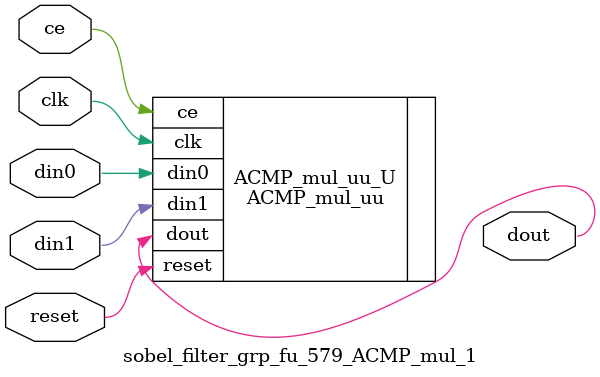
<source format=v>

`timescale 1 ns / 1 ps
module sobel_filter_grp_fu_579_ACMP_mul_1(
    clk,
    reset,
    ce,
    din0,
    din1,
    dout);

parameter ID = 32'd1;
parameter NUM_STAGE = 32'd1;
parameter din0_WIDTH = 32'd1;
parameter din1_WIDTH = 32'd1;
parameter dout_WIDTH = 32'd1;
input clk;
input reset;
input ce;
input[din0_WIDTH - 1:0] din0;
input[din1_WIDTH - 1:0] din1;
output[dout_WIDTH - 1:0] dout;



ACMP_mul_uu #(
.ID( ID ),
.NUM_STAGE( 2 ),
.din0_WIDTH( din0_WIDTH ),
.din1_WIDTH( din1_WIDTH ),
.dout_WIDTH( dout_WIDTH ))
ACMP_mul_uu_U(
    .clk( clk ),
    .reset( reset ),
    .ce( ce ),
    .din0( din0 ),
    .din1( din1 ),
    .dout( dout ));

endmodule

</source>
